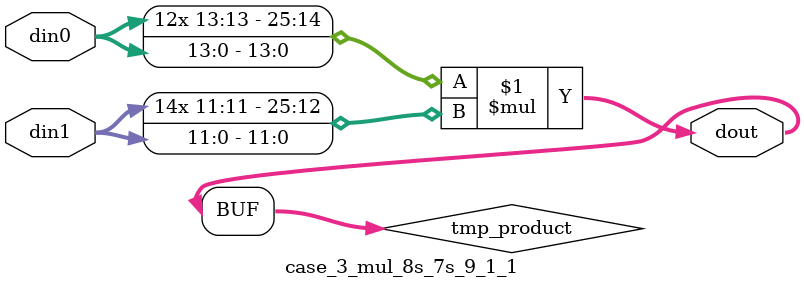
<source format=v>

`timescale 1 ns / 1 ps

 module case_3_mul_8s_7s_9_1_1(din0, din1, dout);
parameter ID = 1;
parameter NUM_STAGE = 0;
parameter din0_WIDTH = 14;
parameter din1_WIDTH = 12;
parameter dout_WIDTH = 26;

input [din0_WIDTH - 1 : 0] din0; 
input [din1_WIDTH - 1 : 0] din1; 
output [dout_WIDTH - 1 : 0] dout;

wire signed [dout_WIDTH - 1 : 0] tmp_product;



























assign tmp_product = $signed(din0) * $signed(din1);








assign dout = tmp_product;





















endmodule

</source>
